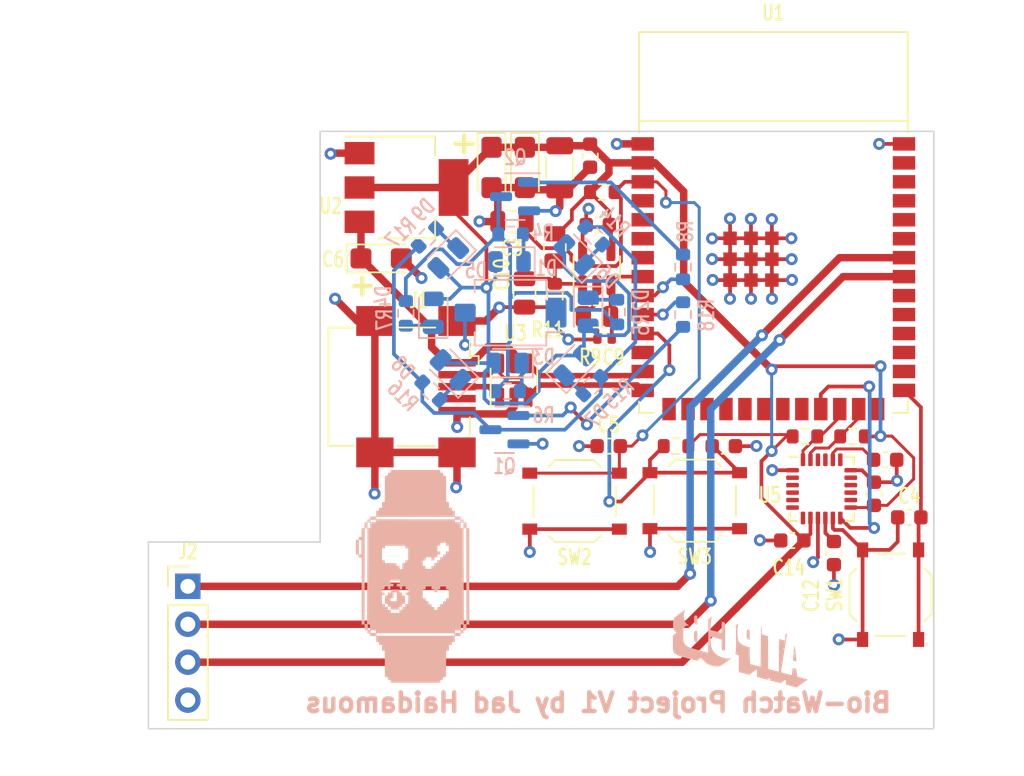
<source format=kicad_pcb>
(kicad_pcb (version 20221018) (generator pcbnew)
  (layers (0 "F.Cu" signal) (1 "In1.Cu" signal) (2 "In2.Cu" signal) (31 "B.Cu" signal) (34 "B.Paste" user) (35 "F.Paste" user) (36 "B.SilkS" user "B.Silkscreen") (37 "F.SilkS" user "F.Silkscreen") (38 "B.Mask" user) (39 "F.Mask" user) (44 "Edge.Cuts" user))
  (net 0 "")
  (net 1 "+3V3")
  (net 2 "GND")
  (net 3 "Net-(U1-EN)")
  (net 4 "Net-(U1-GPIO0{slash}BOOT)")
  (net 5 "VBUS")
  (net 6 "Net-(D5-K)")
  (net 7 "/PhotoD")
  (net 8 "Net-(U4-+)")
  (net 9 "Net-(U5-CPOUT)")
  (net 10 "Net-(U5-REGOUT)")
  (net 11 "/DisplayButton")
  (net 12 "Net-(D1-K)")
  (net 13 "Net-(D2-K)")
  (net 14 "Net-(D3-K)")
  (net 15 "Net-(D4-K)")
  (net 16 "Net-(D6-K)")
  (net 17 "Net-(D7-K)")
  (net 18 "Net-(D8-K)")
  (net 19 "Net-(D9-K)")
  (net 20 "/D-")
  (net 21 "/D+")
  (net 23 "/SDA_DISP")
  (net 24 "/SCL_DISP")
  (net 25 "Net-(Q1-G)")
  (net 26 "Net-(Q1-D)")
  (net 27 "Net-(Q2-G)")
  (net 28 "Net-(Q2-D)")
  (net 29 "/RED_DRIVER")
  (net 30 "/SCL_IMU")
  (net 31 "/SDA_IMU")
  (net 32 "/GREEN_DRIVER")
  (net 46 "/INT_IMU")
  (footprint "Capacitor_SMD:C_0603_1608Metric" (layer "F.Cu") (at 138.5824 65.1256 -90)
    (fp_text reference "C2" hide)
    (fp_text value "100n")
  )
  (footprint "Capacitor_SMD:C_0402_1005Metric" (layer "F.Cu") (at 139.5502 77.4192)
    (fp_text reference "C9")
    (fp_text value "3.3p")
  )
  (footprint "Capacitor_SMD:C_0603_1608Metric" (layer "F.Cu") (at 159.96 89.35)
    (fp_text reference "C4")
    (fp_text value "100n")
  )
  (footprint "Resistor_SMD:R_0603_1608Metric" (layer "F.Cu") (at 152.97 83.93 180)
    (fp_text reference "R13" hide)
    (fp_text value "3k3")
  )
  (footprint "Capacitor_SMD:C_1206_3216Metric" (layer "F.Cu") (at 136.5504 65.9384 -90)
    (fp_text reference "C1" hide)
    (fp_text value "22u")
  )
  (footprint "Resistor_SMD:R_0603_1608Metric" (layer "F.Cu") (at 156.1582 83.93)
    (fp_text reference "R12" hide)
    (fp_text value "3k3")
  )
  (footprint "Capacitor_SMD:C_0603_1608Metric" (layer "F.Cu") (at 154.91 91.745 -90)
    (fp_text reference "C12")
    (fp_text value "100n")
  )
  (footprint "Resistor_SMD:R_0603_1608Metric" (layer "F.Cu") (at 139.3952 67.564)
    (fp_text reference "R3" hide)
    (fp_text value "10k")
  )
  (footprint "Capacitor_SMD:C_0805_2012Metric" (layer "F.Cu") (at 134.1882 74.3204 -90)
    (fp_text reference "C10")
    (fp_text value "1u")
  )
  (footprint "Package_TO_SOT_SMD:SOT-23-6" (layer "F.Cu") (at 133.477 80.1755 90)
    (fp_text reference "U3")
    (fp_text value "SRV05-4")
  )
  (footprint "Capacitor_SMD:C_0603_1608Metric" (layer "F.Cu") (at 158.3412 85.496)
    (fp_text reference "C11" hide)
    (fp_text value "2.2n")
  )
  (footprint "Package_TO_SOT_SMD:SOT-223-3_TabPin2" (layer "F.Cu") (at 126.2892 67.2592)
    (fp_text reference "U2")
    (fp_text value "AMS1117-3.3")
  )
  (footprint "Connector_PinHeader_2.54mm:PinHeader_1x04_P2.54mm_Vertical" (layer "F.Cu") (at 111.64 93.97)
    (fp_text reference "J2")
    (fp_text value "Display")
  )
  (footprint "Connector_USB:USB_Mini-B_Wuerth_65100516121_Horizontal" (layer "F.Cu") (at 127.067 80.6 -90)
    (fp_text reference "J1")
    (fp_text value "USB_B_Mini")
  )
  (footprint "Package_TO_SOT_SMD:SOT-23-5" (layer "F.Cu") (at 139.0294 72.6639 90)
    (fp_text reference "U4" hide)
    (fp_text value "OPA320")
  )
  (footprint "Resistor_SMD:R_0805_2012Metric" (layer "F.Cu") (at 136.2202 71.2733 -90)
    (fp_text reference "R10" hide)
    (fp_text value "11k")
  )
  (footprint "Capacitor_SMD:C_0603_1608Metric" (layer "F.Cu") (at 139.827 84.582)
    (fp_text reference "C5")
    (fp_text value "100n")
  )
  (footprint "Resistor_SMD:R_0603_1608Metric" (layer "F.Cu") (at 144.335 84.582 180)
    (fp_text reference "R1" hide)
    (fp_text value "10k")
  )
  (footprint "Sensor_Motion:InvenSense_QFN-24_4x4mm_P0.5mm" (layer "F.Cu") (at 154.0884 87.444)
    (fp_text reference "U5")
    (fp_text value "MPU-6050")
  )
  (footprint "Button_Switch_SMD:SW_Push_1P1T_XKB_TS-1187A" (layer "F.Cu") (at 145.59 88.235 180)
    (fp_text reference "SW3")
    (fp_text value "DisplayButton")
  )
  (footprint "Capacitor_SMD:C_0603_1608Metric" (layer "F.Cu") (at 139.0954 69.7628)
    (fp_text reference "C8" hide)
    (fp_text value "100n")
  )
  (footprint "Button_Switch_SMD:SW_Push_1P1T_XKB_TS-1187A" (layer "F.Cu") (at 137.541 88.265 180)
    (fp_text reference "SW2")
    (fp_text value "ResetButton")
  )
  (footprint "Capacitor_SMD:C_0603_1608Metric" (layer "F.Cu") (at 147.5346 84.582 180)
    (fp_text reference "C16" hide)
    (fp_text value "100n")
  )
  (footprint "Resistor_SMD:R_0805_2012Metric" (layer "F.Cu") (at 139.0396 75.8952)
    (fp_text reference "R9")
    (fp_text value "36k")
  )
  (footprint "Capacitor_Tantalum_SMD:CP_EIA-3216-18_Kemet-A" (layer "F.Cu") (at 131.9788 65.9168 -90)
    (fp_text reference "C7" hide)
    (fp_text value "10u")
  )
  (footprint "Capacitor_Tantalum_SMD:CP_EIA-3216-18_Kemet-A" (layer "F.Cu") (at 134.214 65.9168 -90)
    (fp_text reference "C15" hide)
    (fp_text value "10u")
  )
  (footprint "PCM_Espressif:ESP32-S3-WROOM-1" (layer "F.Cu") (at 150.855 72.6)
    (fp_text reference "U1")
    (fp_text value "ESP32-S3-WROOM-1")
  )
  (footprint "Resistor_SMD:R_0603_1608Metric" (layer "F.Cu") (at 136.2202 74.5358 -90)
    (fp_text reference "R11")
    (fp_text value "330")
  )
  (footprint "Capacitor_SMD:C_0805_2012Metric" (layer "F.Cu") (at 133.35 69.5452)
    (fp_text reference "C3")
    (fp_text value "1u")
  )
  (footprint "Capacitor_Tantalum_SMD:CP_EIA-3216-18_Kemet-A" (layer "F.Cu") (at 124.587 72.009)
    (fp_text reference "C6")
    (fp_text value "10u")
  )
  (footprint "Capacitor_SMD:C_0603_1608Metric" (layer "F.Cu") (at 157.5912 87.771 90)
    (fp_text reference "C13" hide)
    (fp_text value "100n")
  )
  (footprint "Capacitor_SMD:C_0603_1608Metric" (layer "F.Cu") (at 152.125 90.9 180)
    (fp_text reference "C14")
    (fp_text value "10n")
  )
  (footprint "Button_Switch_SMD:SW_Push_1P1T_XKB_TS-1187A" (layer "F.Cu") (at 158.705 94.53 90)
    (fp_text reference "SW1")
    (fp_text value "BootButton")
  )
  (footprint "LED_SMD:LED_0805_2012Metric" (layer "B.Cu") (at 129.23619 79.47519 135)
    (fp_text reference "D8")
    (fp_text value "LED_G")
  )
  (footprint "LED_SMD:LED_0805_2012Metric" (layer "B.Cu") (at 129.0828 71.9836 -135)
    (fp_text reference "D9")
    (fp_text value "LED_G")
  )
  (footprint "LOGO" (layer "B.Cu") (at 126.96108 93.256126 180)
    (fp_text reference "G***" hide)
    (fp_text value "LOGO" hide)
  )
  (footprint "LED_SMD:LED_0805_2012Metric" (layer "B.Cu") (at 137.5156 71.782353 135)
    (fp_text reference "D6")
    (fp_text value "LED_G")
  )
  (footprint "LOGO" (layer "B.Cu") (at 148.636189 98.023663 180)
    (fp_text reference "G***" hide)
    (fp_text value "LOGO" hide)
  )
  (footprint "Resistor_SMD:R_0603_1608Metric" (layer "B.Cu") (at 127.683363 70.576637 45)
    (fp_text reference "R17")
    (fp_text value "100")
  )
  (footprint "OptoDevice:Osram_SFH2430" (layer "B.Cu") (at 133.2484 75.6412 180)
    (fp_text reference "D5")
    (fp_text value "SFH 2430-Z")
  )
  (footprint "Resistor_SMD:R_0603_1608Metric" (layer "B.Cu") (at 133.0523 80.8992)
    (fp_text reference "R6")
    (fp_text value "330")
  )
  (footprint "LED_SMD:LED_0805_2012Metric" (layer "B.Cu") (at 138.45 75.58 -90)
    (fp_text reference "D2")
    (fp_text value "LED_R")
  )
  (footprint "Resistor_SMD:R_0603_1608Metric" (layer "B.Cu") (at 144.8054 75.7682 -90)
    (fp_text reference "R18")
    (fp_text value "1k")
  )
  (footprint "Resistor_SMD:R_0603_1608Metric" (layer "B.Cu") (at 126.24 75.69 -90)
    (fp_text reference "R7")
    (fp_text value "330")
  )
  (footprint "LED_SMD:LED_0805_2012Metric" (layer "B.Cu") (at 128.0756 75.6545 90)
    (fp_text reference "D4")
    (fp_text value "LED_R")
  )
  (footprint "LED_SMD:LED_0805_2012Metric" (layer "B.Cu") (at 137.507087 79.172913 45)
    (fp_text reference "D7")
    (fp_text value "LED_G")
  )
  (footprint "Resistor_SMD:R_0603_1608Metric" (layer "B.Cu") (at 138.713363 80.526637 -135)
    (fp_text reference "R15")
    (fp_text value "100")
  )
  (footprint "Package_TO_SOT_SMD:SOT-23" (layer "B.Cu") (at 133.5525 67.87 180)
    (fp_text reference "Q2")
    (fp_text value "MDD2302")
  )
  (footprint "Resistor_SMD:R_0603_1608Metric" (layer "B.Cu") (at 144.8054 72.58 90)
    (fp_text reference "R8")
    (fp_text value "1k")
  )
  (footprint "Resistor_SMD:R_0603_1608Metric" (layer "B.Cu") (at 127.926637 80.896637 -45)
    (fp_text reference "R16")
    (fp_text value "100")
  )
  (footprint "Resistor_SMD:R_0603_1608Metric" (layer "B.Cu") (at 133.255 70.4)
    (fp_text reference "R4")
    (fp_text value "330")
  )
  (footprint "Resistor_SMD:R_0603_1608Metric" (layer "B.Cu") (at 138.836637 70.496637 -45)
    (fp_text reference "R14")
    (fp_text value "100")
  )
  (footprint "Resistor_SMD:R_0603_1608Metric" (layer "B.Cu") (at 140.39 75.6 90)
    (fp_text reference "R5")
    (fp_text value "330")
  )
  (footprint "Package_TO_SOT_SMD:SOT-23" (layer "B.Cu") (at 132.8443 83.4796 180)
    (fp_text reference "Q1")
    (fp_text value "MDD2302")
  )
  (footprint "LED_SMD:LED_0805_2012Metric" (layer "B.Cu") (at 133.0625 79.02 180)
    (fp_text reference "D3")
    (fp_text value "LED_R")
  )
  (footprint "LED_SMD:LED_0805_2012Metric" (layer "B.Cu") (at 133.1825 72.22 180)
    (fp_text reference "D1")
    (fp_text value "LED_R")
  )
  (gr_line (start 109 91) (end 120.5 91) (stroke (width 0.1)) (layer "Edge.Cuts"))
  (gr_line (start 109 91) (end 109 103.505) (stroke (width 0.1)) (layer "Edge.Cuts"))
  (gr_line (start 109 103.505) (end 161.6 103.505) (stroke (width 0.1)) (layer "Edge.Cuts"))
  (gr_line (start 120.5 63.5) (end 161.6 63.5) (stroke (width 0.1)) (layer "Edge.Cuts"))
  (gr_line (start 120.5 63.5) (end 120.5 91) (stroke (width 0.1)) (layer "Edge.Cuts"))
  (gr_line (start 161.6 63.5) (end 161.6 103.5) (stroke (width 0.1)) (layer "Edge.Cuts"))
  (gr_text "Bio-Watch Project V1 by Jad Haidamous" (at 158.9 102.49) (layer "B.SilkS") (effects (font (size 1.25 1.25) (thickness 0.3) bold) (justify left bottom mirror)))
  (gr_text "+" (at 129.02 65.1) (layer "F.SilkS") (effects (font (size 1.5 1.5) (thickness 0.3) bold) (justify left bottom)))
  (gr_text "+" (at 122.2 74.63) (layer "F.SilkS") (effects (font (size 1.5 1.5) (thickness 0.3) bold) (justify left bottom)))
  (segment (start 152.9 90.9) (end 153.3384 90.4616) (width 0.25) (layer "F.Cu") (net 1))
  (segment (start 138.569493 67.564) (end 138.5702 67.564) (width 0.25) (layer "F.Cu") (net 1))
  (segment (start 129.4392 67.1064) (end 131.9788 64.5668) (width 0.5) (layer "F.Cu") (net 1))
  (segment (start 144.85 67.525) (end 142.935 65.61) (width 0.5) (layer "F.Cu") (net 1))
  (segment (start 123.1392 67.2592) (end 129.4392 67.2592) (width 0.5) (layer "F.Cu") (net 1))
  (segment (start 152.022 83.807) (end 152.145 83.93) (width 0.2) (layer "F.Cu") (net 1))
  (segment (start 152.9 90.9) (end 150.055 88.055) (width 0.25) (layer "F.Cu") (net 1))
  (segment (start 158.01 83.93) (end 158.03 83.91) (width 0.25) (layer "F.Cu") (net 1))
  (segment (start 160.25 86.77995) (end 160.25 85.37) (width 0.2) (layer "F.Cu") (net 1))
  (segment (start 139.8704 68.8642) (end 138.5702 67.564) (width 0.25) (layer "F.Cu") (net 1))
  (segment (start 137.36 68.773493) (end 138.569493 67.564) (width 0.25) (layer "F.Cu") (net 1))
  (segment (start 157.5912 88.546) (end 157.4432 88.694) (width 0.2) (layer "F.Cu") (net 1))
  (segment (start 137.36 69.42) (end 137.36 68.773493) (width 0.25) (layer "F.Cu") (net 1))
  (segment (start 131.64 73.9653) (end 131.64 71.025305) (width 0.25) (layer "F.Cu") (net 1))
  (segment (start 157.4432 88.694) (end 156.0384 88.694) (width 0.2) (layer "F.Cu") (net 1))
  (segment (start 145.16 84.582) (end 145.935 83.807) (width 0.2) (layer "F.Cu") (net 1))
  (segment (start 150.055 85.595) (end 150.74 84.91) (width 0.25) (layer "F.Cu") (net 1))
  (segment (start 138.4696 64.4634) (end 138.5824 64.3506) (width 0.5) (layer "F.Cu") (net 1))
  (segment (start 139.8418 65.61) (end 142.105 65.61) (width 0.5) (layer "F.Cu") (net 1))
  (segment (start 139.9794 71.5264) (end 139.9794 69.8718) (width 0.25) (layer "F.Cu") (net 1))
  (segment (start 111.64 99.05) (end 144.75 99.05) (width 0.5) (layer "F.Cu") (net 1))
  (segment (start 142.935 65.61) (end 142.105 65.61) (width 0.5) (layer "F.Cu") (net 1))
  (segment (start 131.64 71.025305) (end 129.4392 68.824505) (width 0.25) (layer "F.Cu") (net 1))
  (segment (start 138.5702 67.564) (end 139.8418 66.2924) (width 0.5) (layer "F.Cu") (net 1))
  (segment (start 153.3384 90.4616) (end 153.3384 89.394) (width 0.25) (layer "F.Cu") (net 1))
  (segment (start 139.8418 66.2924) (end 139.8418 65.61) (width 0.5) (layer "F.Cu") (net 1))
  (segment (start 136.4192 70.3608) (end 137.36 69.42) (width 0.25) (layer "F.Cu") (net 1))
  (segment (start 129.4392 67.2592) (end 129.4392 67.1064) (width 0.5) (layer "F.Cu") (net 1))
  (segment (start 150.74 79.45) (end 144.85 73.56) (width 0.5) (layer "F.Cu") (net 1))
  (segment (start 136.5504 64.4634) (end 138.4696 64.4634) (width 0.5) (layer "F.Cu") (net 1))
  (segment (start 138.5824 64.3506) (end 139.8418 65.61) (width 0.5) (layer "F.Cu") (net 1))
  (segment (start 139.9794 69.8718) (end 139.8704 69.7628) (width 0.25) (layer "F.Cu") (net 1))
  (segment (start 157.5912 88.546) (end 158.48395 88.546) (width 0.2) (layer "F.Cu") (net 1))
  (segment (start 144.75 99.05) (end 152.9 90.9) (width 0.5) (layer "F.Cu") (net 1))
  (segment (start 151.72 83.93) (end 150.74 84.91) (width 0.2) (layer "F.Cu") (net 1))
  (segment (start 136.2202 70.3608) (end 136.4192 70.3608) (width 0.25) (layer "F.Cu") (net 1))
  (segment (start 158.79 83.91) (end 158.03 83.91) (width 0.2) (layer "F.Cu") (net 1))
  (segment (start 131.9788 64.5668) (end 134.214 64.5668) (width 0.5) (layer "F.Cu") (net 1))
  (segment (start 160.25 85.37) (end 158.79 83.91) (width 0.2) (layer "F.Cu") (net 1))
  (segment (start 158.48395 88.546) (end 160.25 86.77995) (width 0.2) (layer "F.Cu") (net 1))
  (segment (start 134.214 64.5668) (end 136.447 64.5668) (width 0.5) (layer "F.Cu") (net 1))
  (segment (start 156.9832 83.93) (end 158.01 83.93) (width 0.25) (layer "F.Cu") (net 1))
  (segment (start 152.145 83.93) (end 151.72 83.93) (width 0.2) (layer "F.Cu") (net 1))
  (segment (start 144.85 73.56) (end 144.85 67.525) (width 0.5) (layer "F.Cu") (net 1))
  (segment (start 150.96 79.23) (end 150.74 79.45) (width 0.25) (layer "F.Cu") (net 1))
  (segment (start 145.935 83.807) (end 152.022 83.807) (width 0.2) (layer "F.Cu") (net 1))
  (segment (start 158.03 79.23) (end 150.96 79.23) (width 0.25) (layer "F.Cu") (net 1))
  (segment (start 139.8704 69.7628) (end 139.8704 68.8642) (width 0.25) (layer "F.Cu") (net 1))
  (segment (start 129.4392 68.824505) (end 129.4392 67.2592) (width 0.25) (layer "F.Cu") (net 1))
  (segment (start 136.447 64.5668) (end 136.5504 64.4634) (width 0.5) (layer "F.Cu") (net 1))
  (segment (start 150.055 88.055) (end 150.055 85.595) (width 0.25) (layer "F.Cu") (net 1))
  (via (at 150.74 84.91) (size 0.8) (drill 0.4) (layers "F.Cu" "B.Cu") (net 1))
  (via (at 131.64 73.9653) (size 0.8) (drill 0.4) (layers "F.Cu" "B.Cu") (net 1))
  (via (at 158.03 79.23) (size 0.8) (drill 0.4) (layers "F.Cu" "B.Cu") (net 1))
  (via (at 158.03 83.91) (size 0.8) (drill 0.4) (layers "F.Cu" "B.Cu") (net 1))
  (via (at 150.74 79.45) (size 0.8) (drill 0.4) (layers "F.Cu" "B.Cu") (net 1))
  (segment (start 150.74 84.91) (end 150.74 79.45) (width 0.2) (layer "B.Cu") (net 1))
  (segment (start 137.79 73.52) (end 136.852687 72.582687) (width 0.25) (layer "B.Cu") (net 1))
  (segment (start 138.17 78.51) (end 136.32 78.51) (width 0.25) (layer "B.Cu") (net 1))
  (segment (start 131.815096 81.71) (end 134.31 81.71) (width 0.25) (layer "B.Cu") (net 1))
  (segment (start 132.125 79.02) (end 131.5023 79.6427) (width 0.25) (layer "B.Cu") (net 1))
  (segment (start 132.086223 78.812277) (end 132.1077 78.7908) (width 0.25) (layer "B.Cu") (net 1))
  (segment (start 140.888004 77.15) (end 141.19 76.848004) (width 0.25) (layer "B.Cu") (net 1))
  (segment (start 128.525953 72.540447) (end 129.950806 73.9653) (width 0.25) (layer "B.Cu") (net 1))
  (segment (start 132.245 72.22) (end 132.245 73.3603) (width 0.25) (layer "B.Cu") (net 1))
  (segment (start 131.5023 79.6427) (end 131.5023 81.397204) (width 0.25) (layer "B.Cu") (net 1))
  (segment (start 131.5023 81.397204) (end 131.815096 81.71) (width 0.25) (layer "B.Cu") (net 1))
  (segment (start 128.3716 72.6948) (end 128.525953 72.540447) (width 0.25) (layer "B.Cu") (net 1))
  (segment (start 141.19 74.351996) (end 140.358004 73.52) (width 0.25) (layer "B.Cu") (net 1))
  (segment (start 135.14 79.69) (end 135.14 80.88) (width 0.25) (layer "B.Cu") (net 1))
  (segment (start 138.17 76.7975) (end 138.45 76.5175) (width 0.25) (layer "B.Cu") (net 1))
  (segment (start 139.0825 77.15) (end 140.888004 77.15) (width 0.25) (layer "B.Cu") (net 1))
  (segment (start 131.775 78.67) (end 131.775 74.1003) (width 0.25) (layer "B.Cu") (net 1))
  (segment (start 132.245 73.3603) (end 131.64 73.9653) (width 0.25) (layer "B.Cu") (net 1))
  (segment (start 138.17 78.51) (end 138.17 76.7975) (width 0.25) (layer "B.Cu") (net 1))
  (segment (start 136.852687 72.582687) (end 136.852687 71.11944) (width 0.25) (layer "B.Cu") (net 1))
  (segment (start 134.31 81.71) (end 135.14 80.88) (width 0.25) (layer "B.Cu") (net 1))
  (segment (start 128.0756 74.717) (end 129.199106 74.717) (width 0.25) (layer "B.Cu") (net 1))
  (segment (start 138.45 76.5175) (end 139.0825 77.15) (width 0.25) (layer "B.Cu") (net 1))
  (segment (start 158.03 83.91) (end 158.03 79.23) (width 0.25) (layer "B.Cu") (net 1))
  (segment (start 132.125 79.02) (end 131.775 78.67) (width 0.25) (layer "B.Cu") (net 1))
  (segment (start 141.19 76.848004) (end 141.19 74.351996) (width 0.25) (layer "B.Cu") (net 1))
  (segment (start 128.781 79.02) (end 128.573277 78.812277) (width 0.25) (layer "B.Cu") (net 1))
  (segment (start 136.32 78.51) (end 135.14 79.69) (width 0.25) (layer "B.Cu") (net 1))
  (segment (start 131.775 74.1003) (end 131.64 73.9653) (width 0.25) (layer "B.Cu") (net 1))
  (segment (start 140.358004 73.52) (end 137.79 73.52) (width 0.25) (layer "B.Cu") (net 1))
  (segment (start 132.125 79.02) (end 128.781 79.02) (width 0.25) (layer "B.Cu") (net 1))
  (segment (start 129.199106 74.717) (end 129.950806 73.9653) (width 0.25) (layer "B.Cu") (net 1))
  (segment (start 129.950806 73.9653) (end 131.64 73.9653) (width 0.25) (layer "B.Cu") (net 1))
  (segment (start 137.970847 76.557553) (end 138.1252 76.4032) (width 0.25) (layer "B.Cu") (net 1))
  (segment (start 150.755 73.46) (end 150.755 74.705) (width 0.25) (layer "F.Cu") (net 2))
  (segment (start 122.99 76.2) (end 121.5 74.71) (width 0.5) (layer "F.Cu") (net 2))
  (segment (start 124.167 85) (end 129.667 85) (width 0.5) (layer "F.Cu") (net 2))
  (segment (start 154.8384 89.394) (end 154.8384 90.0884) (width 0.25) (layer "F.Cu") (net 2))
  (segment (start 149.355 70.66) (end 150.755 70.66) (width 0.25) (layer "F.Cu") (net 2))
  (segment (start 158.63 91.53) (end 159.185 90.975) (width 0.25) (layer "F.Cu") (net 2))
  (segment (start 134.541 91.669) (end 134.54 91.67) (width 0.25) (layer "F.Cu") (net 2))
  (segment (start 148.3096 84.582) (end 149.708 84.582) (width 0.25) (layer "F.Cu") (net 2))
  (segment (start 133.477 81.975499) (end 133.477 81.313) (width 0.5) (layer "F.Cu") (net 2))
  (segment (start 137.842 84.582) (end 137.84 84.58) (width 0.25) (layer "F.Cu") (net 2))
  (segment (start 147.955 70.66) (end 146.76 70.66) (width 0.25) (layer "F.Cu") (net 2))
  (segment (start 149.355 70.66) (end 149.355 69.365) (width 0.25) (layer "F.Cu") (net 2))
  (segment (start 150.755 69.385) (end 150.75 69.38) (width 0.25) (layer "F.Cu") (net 2))
  (segment (start 155.495 90.195) (end 156.83 91.53) (width 0.25) (layer "F.Cu") (net 2))
  (segment (start 136.5504 67.4134) (end 137.0696 67.4134) (width 0.5) (layer "F.Cu") (net 2))
  (segment (start 157.5912 86.996) (end 156.7892 86.194) (width 0.25) (layer "F.Cu") (net 2))
  (segment (start 147.955 73.46) (end 147.955 74.705) (width 0.25) (layer "F.Cu") (net 2))
  (segment (start 132.5196 75.2704) (end 132.5 75.29) (width 0.25) (layer "F.Cu") (net 2))
  (segment (start 124.167 76.2) (end 122.99 76.2) (width 0.5) (layer "F.Cu") (net 2))
  (segment (start 146.76 72.06) (end 146.75 72.05) (width 0.25) (layer "F.Cu") (net 2))
  (segment (start 134.1882 75.2704) (end 132.5196 75.2704) (width 0.25) (layer "F.Cu") (net 2))
  (segment (start 159.1162 86.8762) (end 159.14 86.9) (width 0.25) (layer "F.Cu") (net 2))
  (segment (start 147.955 74.705) (end 147.95 74.71) (width 0.25) (layer "F.Cu") (net 2))
  (segment (start 147.955 72.06) (end 147.955 70.66) (width 0.25) (layer "F.Cu") (net 2))
  (segment (start 156.83 91.53) (end 158.63 91.53) (width 0.25) (layer "F.Cu") (net 2))
  (segment (start 142.59 90.11) (end 148.59 90.11) (width 0.25) (layer "F.Cu") (net 2))
  (segment (start 136.5504 67.4134) (end 134.3606 67.4134) (width 0.5) (layer "F.Cu") (net 2))
  (segment (start 150.755 72.06) (end 150.755 73.46) (width 0.25) (layer "F.Cu") (net 2))
  (segment (start 149.355 74.705) (end 149.36 74.71) (width 0.25) (layer "F.Cu") (net 2))
  (segment (start 149.355 72.06) (end 149.355 70.66) (width 0.25) (layer "F.Cu") (net 2))
  (segment (start 155.24 97.53) (end 155.23 97.52) (width 0.25) (layer "F.Cu") (net 2))
  (segment (start 138.3204 68.838398) (end 138.479399 68.679399) (width 0.25) (layer "F.Cu") (net 2))
  (segment (start 134.3606 67.4134) (end 134.214 67.2668) (width 0.5) (layer "F.Cu") (net 2))
  (segment (start 151.35 90.9) (end 149.97 90.9) (width 0.25) (layer "F.Cu") (net 2))
  (segment (start 149.97 90.9) (end 149.95 90.88) (width 0.25) (layer "F.Cu") (net 2))
  (segment (start 147.955 70.66) (end 149.355 70.66) (width 0.25) (layer "F.Cu") (net 2))
  (segment (start 154.91 92.52) (end 154.91 93.88) (width 0.25) (layer "F.Cu") (net 2))
  (segment (start 121.2408 64.9592) (end 121.2 65) (width 0.5) (layer "F.Cu") (net 2))
  (segment (start 129.667 83.287) (end 129.68 83.3) (width 0.5) (layer "F.Cu") (net 2))
  (segment (start 154.8384 90.0884) (end 154.945 90.195) (width 0.25) (layer "F.Cu") (net 2))
  (segment (start 149.355 73.46) (end 150.755 73.46) (width 0.25) (layer "F.Cu") (net 2))
  (segment (start 134.541 90.14) (end 134.541 91.669) (width 0.25) (layer "F.Cu") (net 2))
  (segment (start 156.7892 86.194) (end 156.0384 86.194) (width 0.25) (layer "F.Cu") (net 2))
  (segment (start 134.541 90.14) (end 140.541 90.14) (width 0.25) (layer "F.Cu") (net 2))
  (segment (start 147.955 73.46) (end 147.955 72.06) (width 0.25) (layer "F.Cu") (net 2))
  (segment (start 159.185 90.975) (end 159.185 89.35) (width 0.25) (layer "F.Cu") (net 2))
  (segment (start 146.8 73.46) (end 146.79 73.45) (width 0.25) (layer "F.Cu") (net 2))
  (segment (start 147.955 73.46) (end 149.355 73.46) (width 0.25) (layer "F.Cu") (net 2))
  (segment (start 129.667 87.283) (end 129.61 87.34) (width 0.5) (layer "F.Cu") (net 2))
  (segment (start 156.83 97.53) (end 155.24 97.53) (width 0.25) (layer "F.Cu") (net 2))
  (segment (start 142.105 64.34) (end 140.37 64.34) (width 0.5) (layer "F.Cu") (net 2))
  (segment (start 153.8384 89.394) (end 153.8384 92.0316) (width 0.25) (layer "F.Cu") (net 2))
  (segment (start 129.667 82.2) (end 129.8925 82.4255) (width 0.5) (layer "F.Cu") (net 2))
  (segment (start 138.0794 70.0038) (end 138.3204 69.7628) (width 0.25) (layer "F.Cu") (net 2))
  (segment (start 142.59 91.66) (end 142.6 91.67) (width 0.25) (layer "F.Cu") (net 2))
  (segment (start 149.355 73.46) (end 149.355 74.705) (width 0.25) (layer "F.Cu") (net 2))
  (segment (start 147.955 70.66) (end 147.955 69.345) (width 0.25) (layer "F.Cu") (net 2))
  (segment (start 123.1392 64.9592) (end 121.2408 64.9592) (width 0.5) (layer "F.Cu") (net 2))
  (segment (start 129.8925 82.4255) (end 133.026999 82.4255) (width 0.5) (layer "F.Cu") (net 2))
  (segment (start 152.1384 86.194) (end 150.784 86.194) (width 0.25) (layer "F.Cu") (net 2))
  (segment (start 150.755 72.06) (end 149.355 72.06) (width 0.25) (layer "F.Cu") (net 2))
  (segment (start 159.044 86.996) (end 159.14 86.9) (width 0.25) (layer "F.Cu") (net 2))
  (segment (start 149.355 73.46) (end 149.355 72.06) (width 0.25) (layer "F.Cu") (net 2))
  (segment (start 157.5912 86.996) (end 159.044 86.996) (width 0.25) (layer "F.Cu") (net 2))
  (segment (start 136.5504 67.4134) (end 136.5504 68.5596) (width 0.5) (layer "F.Cu") (net 2))
  (segment (start 138.3204 69.7628) (end 138.3204 68.838398) (width 0.25) (layer "F.Cu") (net 2))
  (segment (start 150.755 74.705) (end 150.76 74.71) (width 0.25) (layer "F.Cu") (net 2))
  (segment (start 150.755 70.66) (end 152.06 70.66) (width 0.25) (layer "F.Cu") (net 2))
  (segment (start 124.167 87.743) (end 124.15 87.76) (width 0.5) (layer "F.Cu") (net 2))
  (segment (start 147.955 72.06) (end 146.76 72.06) (width 0.25) (layer "F.Cu") (net 2))
  (segment (start 150.784 86.194) (end 150.78 86.19) (width 0.25) (layer "F.Cu") (net 2))
  (segment (start 159.605 64.34) (end 157.94 64.34) (width 0.25) (layer "F.Cu") (net 2))
  (segment (start 132.4 69.5452) (end 132.4 67.688) (width 0.5) (layer "F.Cu") (net 2))
  (segment (start 154.945 90.195) (end 155.495 90.195) (width 0.25) (layer "F.Cu") (net 2))
  (segment (start 138.0794 71.5264) (end 138.0794 70.0038) (width 0.25) (layer "F.Cu") (net 2))
  (segment (start 136.1298 75.2704) (end 136.2202 75.3608) (width 0.25) (layer "F.Cu") (net 2))
  (segment (start 129.667 82.2) (end 129.667 83.287) (width 0.5) (layer "F.Cu") (net 2))
  (segment (start 150.755 70.66) (end 150.755 69.385) (width 0.25) (layer "F.Cu") (net 2))
  (segment (start 150.755 72.06) (end 152.08 72.06) (width 0.25) (layer "F.Cu") (net 2))
  (segment (start 150.755 73.46) (end 152.09 73.46) (width 0.25) (layer "F.Cu") (net 2))
  (segment (start 132.4 69.5452) (end 131.1852 69.5452) (width 0.5) (layer "F.Cu") (net 2))
  (segment (start 131.1852 69.5452) (end 131.17 69.53) (width 0.5) (layer "F.Cu") (net 2))
  (segment (start 146.76 70.66) (end 146.75 70.67) (width 0.25) (layer "F.Cu") (net 2))
  (segment (start 139.052 84.582) (end 137.842 84.582) (width 0.25) (layer "F.Cu") (net 2))
  (segment (start 149.708 84.582) (end 149.72 84.57) (width 0.25) (layer "F.Cu") (net 2))
  (segment (start 156.83 97.53) (end 156.83 91.53) (width 0.25) (layer "F.Cu") (net 2))
  (segment (start 147.955 69.345) (end 147.95 69.34) (width 0.25) (layer "F.Cu") (net 2))
  (segment (start 159.1162 85.496) (end 159.1162 86.8762) (width 0.25) (layer "F.Cu") (net 2))
  (segment (start 125.979 72.009) (end 127.29 73.32) (width 0.5) (layer "F.Cu") (net 2))
  (segment (start 125.937 72.009) (end 125.979 72.009) (width 0.5) (layer "F.Cu") (net 2))
  (segment (start 152.09 73.46) (end 152.1 73.45) (width 0.25) (layer "F.Cu") (net 2))
  (segment (start 134.1882 75.2704) (end 136.1298 75.2704) (width 0.25) (layer "F.Cu") (net 2))
  (segment (start 150.755 72.06) (end 150.755 70.66) (width 0.25) (layer "F.Cu") (net 2))
  (segment (start 133.026999 82.4255) (end 133.477 81.975499) (width 0.5) (layer "F.Cu") (net 2))
  (segment (start 129.667 76.2) (end 131.59 76.2) (width 0.5) (layer "F.Cu") (net 2))
  (segment (start 154.91 93.88) (end 154.92 93.89) (width 0.25) (layer "F.Cu") (net 2))
  (segment (start 132.4 67.688) (end 131.9788 67.2668) (width 0.5) (layer "F.Cu") (net 2))
  (segment (start 131.9788 67.2668) (end 134.214 67.2668) (width 0.5) (layer "F.Cu") (net 2))
  (segment (start 137.0696 67.4134) (end 138.5824 65.9006) (width 0.5) (layer "F.Cu") (net 2))
  (segment (start 147.955 72.06) (end 149.355 72.06) (width 0.25) (layer "F.Cu") (net 2))
  (segment (start 124.167 85) (end 124.167 87.743) (width 0.5) (layer "F.Cu") (net 2))
  (segment (start 131.59 76.2) (end 132.5 75.29) (width 0.5) (layer "F.Cu") (net 2))
  (segment (start 142.59 90.11) (end 142.59 91.66) (width 0.25) (layer "F.Cu") (net 2))
  (segment (start 147.955 73.46) (end 146.8 73.46) (width 0.25) (layer "F.Cu") (net 2))
  (segment (start 149.355 69.365) (end 149.35 69.36) (width 0.25) (layer "F.Cu") (net 2))
  (segment (start 136.5504 68.5596) (end 136.27 68.84) (width 0.5) (layer "F.Cu") (net 2))
  (segment (start 153.8384 92.0316) (end 153.52 92.35) (width 0.25) (layer "F.Cu") (net 2))
  (segment (start 129.667 85) (end 129.667 87.283) (width 0.5) (layer "F.Cu") (net 2))
  (segment (start 124.167 85) (end 124.167 76.2) (width 0.5) (layer "F.Cu") (net 2))
  (via (at 140.37 64.34) (size 0.8) (drill 0.4) (layers "F.Cu" "B.Cu") (net 2))
  (via (at 152.08 72.06) (size 0.8) (drill 0.4) (layers "F.Cu" "B.Cu") (net 2))
  (via (at 142.6 91.67) (size 0.8) (drill 0.4) (layers "F.Cu" "B.Cu") (net 2))
  (via (at 129.61 87.34) (size 0.8) (drill 0.4) (layers "F.Cu" "B.Cu") (net 2))
  (via (at 121.5 74.71) (size 0.8) (drill 0.4) (layers "F.Cu" "B.Cu") (net 2))
  (via (at 136.27 68.84) (size 0.8) (drill 0.4) (layers "F.Cu" "B.Cu") (net 2))
  (via (at 157.94 64.34) (size 0.8) (drill 0.4) (layers "F.Cu" "B.Cu") (net 2))
  (via (at 152.1 73.45) (size 0.8) (drill 0.4) (layers "F.Cu" "B.Cu") (net 2))
  (via (at 155.23 97.52) (size 0.8) (drill 0.4) (layers "F.Cu" "B.Cu") (net 2))
  (via (at 134.54 91.67) (size 0.8) (drill 0.4) (layers "F.Cu" "B.Cu") (net 2))
  (via (at 146.75 70.67) (size 0.8) (drill 0.4) (layers "F.Cu" "B.Cu") (net 2))
  (via (at 149.72 84.57) (size 0.8) (drill 0.4) (layers "F.Cu" "B.Cu") (net 2))
  (via (at 146.79 73.45) (size 0.8) (drill 0.4) (layers "F.Cu" "B.Cu") (net 2))
  (via (at 121.2 65) (size 0.8) (drill 0.4) (layers "F.Cu" "B.Cu") (net 2))
  (via (at 135.4 84.42) (size 0.8) (drill 0.4) (layers "F.Cu" "B.Cu") (net 2))
  (via (at 159.14 86.9) (size 0.8) (drill 0.4) (layers "F.Cu" "B.Cu") (net 2))
  (via (at 149.35 69.36) (size 0.8) (drill 0.4) (layers "F.Cu" "B.Cu") (net 2))
  (via (at 131.17 69.53) (size 0.8) (drill 0.4) (layers "F.Cu" "B.Cu") (net 2))
  (via (at 130.21 77.799502) (size 0.8) (drill 0.4) (layers "F.Cu" "B.Cu") (net 2))
  (via (at 132.5 75.29) (size 0.8) (drill 0.4) (layers "F.Cu" "B.Cu") (net 2))
  (via (at 146.75 72.05) (size 0.8) (drill 0.4) (layers "F.Cu" "B.Cu") (net 2))
  (via (at 149.95 90.88) (size 0.8) (drill 0.4) (layers "F.Cu" "B.Cu") (net 2))
  (via (at 138.479399 68.679399) (size 0.8) (drill 0.4) (layers "F.Cu" "B.Cu") (net 2))
  (via (at 149.36 74.71) (size 0.8) (drill 0.4) (layers "F.Cu" "B.Cu") (net 2))
  (via (at 129.68 83.3) (size 0.8) (drill 0.4) (layers "F.Cu" "B.Cu") (net 2))
  (via (at 124.15 87.76) (size 0.8) (drill 0.4) (layers "F.Cu" "B.Cu") (net 2))
  (via (at 152.06 70.66) (size 0.8) (drill 0.4) (layers "F.Cu" "B.Cu") (net 2))
  (via (at 150.75 69.38) (size 0.8) (drill 0.4) (layers "F.Cu" "B.Cu") (net 2))
  (via (at 147.95 69.34) (size 0.8) (drill 0.4) (layers "F.Cu" "B.Cu") (net 2))
  (via (at 153.52 92.35) (size 0.8) (drill 0.4) (layers "F.Cu" "B.Cu") (net 2))
  (via (at 150.76 74.71) (size 0.8) (drill 0.4) (layers "F.Cu" "B.Cu") (net 2))
  (via (at 150.78 86.19) (size 0.8) (drill 0.4) (layers "F.Cu" "B.Cu") (net 2))
  (via (at 137.84 84.58) (size 0.8) (drill 0.4) (layers "F.Cu" "B.Cu") (net 2))
  (via (at 154.92 93.89) (size 0.8) (drill 0.4) (layers "F.Cu" "B.Cu") (net 2))
  (via (at 127.29 73.32) (size 0.8) (drill 0.4) (layers "F.Cu" "B.Cu") (net 2))
  (via (at 147.95 74.71) (size 0.8) (drill 0.4) (layers "F.Cu" "B.Cu") (net 2))
  (segment (start 134.49 68.82) (end 136.25 68.82) (width 0.25) (layer "B.Cu") (net 2))
  (segment (start 135.3904 84.4296) (end 135.4 84.42) (width 0.25) (layer "B.Cu") (net 2))
  (segment (start 133.7818 84.4296) (end 135.3904 84.4296) (width 0.25) (layer "B.Cu") (net 2))
  (segment (start 130.1984 75.6412) (end 130.1984 77.787902) (width 0.25) (layer "B.Cu") (net 2))
  (segment (start 130.1984 77.787902) (end 130.21 77.799502) (width 0.25) (layer "B.Cu") (net 2))
  (segment (start 136.25 68.82) (end 136.27 68.84) (width 0.25) (layer "B.Cu") (net 2))
  (segment (start 140.6454 72.198808) (end 140.6454 67.9892) (width 0.25) (layer "F.Cu") (net 3))
  (segment (start 140.2202 67.564) (end 140.9042 66.88) (width 0.25) (layer "F.Cu") (net 3))
  (segment (start 143.66 68.27) (end 143.66 67.485) (width 0.2) (layer "F.Cu") (net 3))
  (segment (start 140.324208 72.52) (end 140.6454 72.198808) (width 0.25) (layer "F.Cu") (net 3))
  (segment (start 137.32 71.753) (end 137.32 72.105408) (width 0.25) (layer "F.Cu") (net 3))
  (segment (start 143.055 66.88) (end 142.105 66.88) (width 0.2) (layer "F.Cu") (net 3))
  (segment (start 137.734592 72.52) (end 140.324208 72.52) (width 0.25) (layer "F.Cu") (net 3))
  (segment (start 140.541 84.643) (end 140.602 84.582) (width 0.2) (layer "F.Cu") (net 3))
  (segment (start 141.368 84.582) (end 142.09 83.86) (width 0.2) (layer "F.Cu") (net 3))
  (segment (start 134.3 69.5452) (end 134.3 70.2702) (width 0.25) (layer "F.Cu") (net 3))
  (segment (start 134.541 86.39) (end 140.541 86.39) (width 0.2) (layer "F.Cu") (net 3))
  (segment (start 140.602 84.582) (end 141.368 84.582) (width 0.2) (layer "F.Cu") (net 3))
  (segment (start 140.541 86.39) (end 140.541 84.643) (width 0.2) (layer "F.Cu") (net 3))
  (segment (start 140.6454 67.9892) (end 140.2202 67.564) (width 0.25) (layer "F.Cu") (net 3))
  (segment (start 143.66 67.485) (end 143.055 66.88) (width 0.2) (layer "F.Cu") (net 3))
  (segment (start 140.9042 66.88) (end 142.105 66.88) (width 0.25) (layer "F.Cu") (net 3))
  (segment (start 135.3498 71.32) (end 136.887 71.32) (width 0.25) (layer "F.Cu") (net 3))
  (segment (start 136.887 71.32) (end 137.32 71.753) (width 0.25) (layer "F.Cu") (net 3))
  (segment (start 137.32 72.105408) (end 137.734592 72.52) (width 0.25) (layer "F.Cu") (net 3))
  (segment (start 134.3 70.2702) (end 135.3498 71.32) (width 0.25) (layer "F.Cu") (net 3))
  (via (at 142.09 83.86) (size 0.8) (drill 0.4) (layers "F.Cu" "B.Cu") (net 3))
  (via (at 143.66 68.27) (size 0.8) (drill 0.4) (layers "F.Cu" "B.Cu") (net 3))
  (segment (start 142.09 83.86) (end 145.89 80.06) (width 0.2) (layer "B.Cu") (net 3))
  (segment (start 145.89 80.06) (end 145.89 68.6) (width 0.2) (layer "B.Cu") (net 3))
  (segment (start 145.89 68.6) (end 145.56 68.27) (width 0.2) (layer "B.Cu") (net 3))
  (segment (start 145.56 68.27) (end 143.66 68.27) (width 0.2) (layer "B.Cu") (net 3))
  (segment (start 160.735 81.98) (end 160.735 89.35) (width 0.25) (layer "F.Cu") (net 4))
  (segment (start 160.58 91.53) (end 160.58 89.505) (width 0.25) (layer "F.Cu") (net 4))
  (segment (start 159.605 80.85) (end 160.735 81.98) (width 0.25) (layer "F.Cu") (net 4))
  (segment (start 160.58 89.505) (end 160.735 89.35) (width 0.25) (layer "F.Cu") (net 4))
  (segment (start 160.58 97.53) (end 160.58 91.53) (width 0.25) (layer "F.Cu") (net 4))
  (segment (start 127.967 76.739) (end 127.967 77.95084) (width 0.5) (layer "F.Cu") (net 5))
  (segment (start 123.237 72.009) (end 127.967 76.739) (width 0.5) (layer "F.Cu") (net 5))
  (segment (start 130.667 79) (end 131.7415 77.9255) (width 0.5) (layer "F.Cu") (net 5))
  (segment (start 123.2655 69.6855) (end 123.1392 69.5592) (width 0.5) (layer "F.Cu") (net 5))
  (segment (start 129.667 79) (end 130.667 79) (width 0.5) (layer "F.Cu") (net 5))
  (segment (start 131.7415 77.9255) (end 133.026999 77.9255) (width 0.5) (layer "F.Cu") (net 5))
  (segment (start 133.477 78.375501) (end 133.477 79.038) (width 0.5) (layer "F.Cu") (net 5))
  (segment (start 123.237 72.009) (end 123.237 69.657) (width 0.5) (layer "F.Cu") (net 5))
  (segment (start 127.967 77.95084) (end 129.01616 79) (width 0.5) (layer "F.Cu") (net 5))
  (segment (start 129.01616 79) (end 129.667 79) (width 0.5) (layer "F.Cu") (net 5))
  (segment (start 133.026999 77.9255) (end 133.477 78.375501) (width 0.5) (layer "F.Cu") (net 5))
  (segment (start 123.237 69.657) (end 123.1392 69.5592) (width 0.5) (layer "F.Cu") (net 5))
  (segment (start 139.0494 77.44) (end 139.0702 77.4192) (width 0.25) (layer "F.Cu") (net 6))
  (segment (start 138.1271 75.8952) (end 139.0294 74.9929) (width 0.25) (layer "F.Cu") (net 6))
  (segment (start 139.0702 77.4192) (end 139.0702 76.8383) (width 0.25) (layer "F.Cu") (net 6))
  (segment (start 137.12 77.44) (end 139.0494 77.44) (width 0.25) (layer "F.Cu") (net 6))
  (segment (start 139.0294 74.9929) (end 139.0294 73.8014) (width 0.25) (layer "F.Cu") (net 6))
  (segment (start 139.0702 76.8383) (end 138.1271 75.8952) (width 0.25) (layer "F.Cu") (net 6))
  (via (at 137.12 77.44) (size 0.8) (drill 0.4) (layers "F.Cu" "B.Cu") (net 6))
  (segment (start 136.34 76.36) (end 136.37 76.39) (width 0.25) (layer "B.Cu") (net 6))
  (segment (start 136.2984 76.6184) (end 137.12 77.44) (width 0.25) (layer "B.Cu") (net 6))
  (segment (start 136.2984 75.6412) (end 136.2984 76.6184) (width 0.25) (layer "B.Cu") (net 6))
  (segment (start 140.0302 75.9733) (end 139.9521 75.8952) (width 0.25) (layer "F.Cu") (net 7))
  (segment (start 140.0302 77.4192) (end 140.0302 75.9733) (width 0.25) (layer "F.Cu") (net 7))
  (segment (start 139.9794 73.8014) (end 140.5508 73.23) (width 0.25) (layer "F.Cu") (net 7))
  (segment (start 139.9521 75.8952) (end 139.9521 73.8287) (width 0.25) (layer "F.Cu") (net 7))
  (segment (start 140.5508 73.23) (end 142.105 73.23) (width 0.25) (layer "F.Cu") (net 7))
  (segment (start 139.9521 73.8287) (end 139.9794 73.8014) (width 0.25) (layer "F.Cu") (net 7))
  (segment (start 136.2202 73.7108) (end 137.9888 73.7108) (width 0.25) (layer "F.Cu") (net 8))
  (segment (start 137.9888 73.7108) (end 138.0794 73.8014) (width 0.25) (layer "F.Cu") (net 8))
  (segment (start 134.1882 73.3704) (end 135.8798 73.3704) (width 0.25) (layer "F.Cu") (net 8))
  (segment (start 135.8798 73.3704) (end 136.2202 73.7108) (width 0.25) (layer "F.Cu") (net 8))
  (segment (start 136.2202 73.7108) (end 136.2202 72.1858) (width 0.25) (layer "F.Cu") (net 8))
  (segment (start 154.8384 85.494) (end 154.8384 85.03659) (width 0.2) (layer "F.Cu") (net 9))
  (segment (start 156.8392 84.769) (end 157.5662 85.496) (width 0.2) (layer "F.Cu") (net 9))
  (segment (start 154.8384 85.03659) (end 155.10599 84.769) (width 0.2) (layer "F.Cu") (net 9))
  (segment (start 155.10599 84.769) (end 156.8392 84.769) (width 0.2) (layer "F.Cu") (net 9))
  (segment (start 154.3384 89.394) (end 154.3384 90.3984) (width 0.25) (layer "F.Cu") (net 10))
  (segment (start 154.3384 90.3984) (end 154.91 90.97) (width 0.25) (layer "F.Cu") (net 10))
  (segment (start 142.59 86.36) (end 140.66 88.29) (width 0.25) (layer "F.Cu") (net 11))
  (segment (start 142.59 85.502) (end 143.51 84.582) (width 0.25) (layer "F.Cu") (net 11))
  (segment (start 143.89 79.49) (end 143.89 77.825) (width 0.25) (layer "F.Cu") (net 11))
  (segment (start 142.59 86.36) (end 142.59 85.502) (width 0.25) (layer "F.Cu") (net 11))
  (segment (start 148.59 86.36) (end 142.59 86.36) (width 0.25) (layer "F.Cu") (net 11))
  (segment (start 146.812 84.582) (end 148.59 86.36) (width 0.25) (layer "F.Cu") (net 11))
  (segment (start 140.66 88.29) (end 139.87 88.29) (width 0.25) (layer "F.Cu") (net 11))
  (segment (start 143.105 77.04) (end 142.105 77.04) (width 0.25) (layer "F.Cu") (net 11))
  (segment (start 146.7596 84.582) (end 146.812 84.582) (width 0.25) (layer "F.Cu") (net 11))
  (segment (start 143.89 77.825) (end 143.105 77.04) (width 0.25) (layer "F.Cu") (net 11))
  (via (at 139.87 88.29) (size 0.8) (drill 0.4) (layers "F.Cu" "B.Cu") (net 11))
  (via (at 143.89 79.49) (size 0.8) (drill 0.4) (layers "F.Cu" "B.Cu") (net 11))
  (segment (start 139.87 88.29) (end 139.87 83.51) (width 0.25) (layer "B.Cu") (net 11))
  (segment (start 139.87 83.51) (end 143.89 79.49) (width 0.25) (layer "B.Cu") (net 11))
  (segment (start 134.12 72.22) (end 134.12 70.44) (width 0.25) (layer "B.Cu") (net 12))
  (segment (start 134.12 70.44) (end 134.08 70.4) (width 0.25) (layer "B.Cu") (net 12))
  (segment (start 133.865 72.3486) (end 133.9572 72.4408) (width 0.25) (layer "B.Cu") (net 12))
  (segment (start 138.5825 74.775) (end 138.45 74.6425) (width 0.25) (layer "B.Cu") (net 13))
  (segment (start 140.39 74.775) (end 138.5825 74.775) (width 0.25) (layer "B.Cu") (net 13))
  (segment (start 134 79.02) (end 134 80.7765) (width 0.25) (layer "B.Cu") (net 14))
  (segment (start 134 80.7765) (end 133.8773 80.8992) (width 0.25) (layer "B.Cu") (net 14))
  (segment (start 133.86 78.9135) (end 133.9827 78.7908) (width 0.25) (layer "B.Cu") (net 14))
  (segment (start 126.537 76.592) (end 126.45 76.505) (width 0.25) (layer "B.Cu") (net 15))
  (segment (start 126.24 76.515) (end 127.9986 76.515) (width 0.25) (layer "B.Cu") (net 15))
  (segment (start 127.9986 76.515) (end 128.0756 76.592) (width 0.25) (layer "B.Cu") (net 15))
  (segment (start 138.178513 72.445266) (end 138.178513 72.321487) (width 0.25) (layer "B.Cu") (net 16))
  (segment (start 138.178513 72.321487) (end 139.42 71.08) (width 0.25) (layer "B.Cu") (net 16))
  (segment (start 136.844174 79.835826) (end 136.855826 79.835826) (width 0.25) (layer "B.Cu") (net 17))
  (segment (start 136.855826 79.835826) (end 138.13 81.11) (width 0.25) (layer "B.Cu") (net 17))
  (segment (start 138.13 81.11) (end 138.051774 81.11) (width 0.25) (layer "B.Cu") (net 17))
  (segment (start 129.851897 80.138103) (end 128.51 81.48) (width 0.25) (layer "B.Cu") (net 18))
  (segment (start 129.899103 80.138103) (end 129.851897 80.138103) (width 0.25) (layer "B.Cu") (net 18))
  (segment (start 129.745713 71.320687) (end 129.594139 71.320687) (width 0.25) (layer "B.Cu") (net 19))
  (segment (start 129.594139 71.320687) (end 128.266726 69.993274) (width 0.25) (layer "B.Cu") (net 19))
  (segment (start 133.817552 80.0005) (end 134.427 79.391052) (width 0.2) (layer "F.Cu") (net 20))
  (segment (start 135.252 79.863) (end 134.427 79.038) (width 0.375) (layer "F.Cu") (net 20))
  (segment (start 132.527 79.038) (end 132.527 79.700499) (width 0.2) (layer "F.Cu") (net 20))
  (segment (start 134.427 79.391052) (end 134.427 79.038) (width 0.2) (layer "F.Cu") (net 20))
  (segment (start 132.827001 80.0005) (end 133.817552 80.0005) (width 0.2) (layer "F.Cu") (net 20))
  (segment (start 132.527 79.700499) (end 132.827001 80.0005) (width 0.2) (layer "F.Cu") (net 20))
  (segment (start 142.105 79.58) (end 141.822 79.863) (width 0.375) (layer "F.Cu") (net 20))
  (segment (start 141.822 79.863) (end 135.252 79.863) (width 0.375) (layer "F.Cu") (net 20))
  (segment (start 129.667 79.8) (end 131.765 79.8) (width 0.375) (layer "F.Cu") (net 20))
  (segment (start 131.765 79.8) (end 132.527 79.038) (width 0.375) (layer "F.Cu") (net 20))
  (segment (start 133.953 80.3275) (end 134.427 80.8015) (width 0.2) (layer "F.Cu") (net 21))
  (segment (start 131.814 80.6) (end 132.527 81.313) (width 0.375) (layer "F.Cu") (net 21))
  (segment (start 132.527 81.313) (end 132.527 80.650501) (width 0.2) (layer "F.Cu") (net 21))
  (segment (start 132.527 80.650501) (end 132.850001 80.3275) (width 0.2) (layer "F.Cu") (net 21))
  (segment (start 132.850001 80.3275) (end 133.953 80.3275) (width 0.2) (layer "F.Cu") (net 21))
  (segment (start 135.252 80.488) (end 134.427 81.313) (width 0.375) (layer "F.Cu") (net 21))
  (segment (start 142.105 80.85) (end 141.743 80.488) (width 0.375) (layer "F.Cu") (net 21))
  (segment (start 141.743 80.488) (end 135.252 80.488) (width 0.375) (layer "F.Cu") (net 21))
  (segment (start 129.667 80.6) (end 131.814 80.6) (width 0.375) (layer "F.Cu") (net 21))
  (segment (start 134.427 80.836204) (end 134.427 81.313) (width 0.375) (layer "F.Cu") (net 21))
  (segment (start 134.427 80.8015) (end 134.427 81.313) (width 0.2) (layer "F.Cu") (net 21))
  (segment (start 155.29 71.96) (end 159.605 71.96) (width 0.5) (layer "F.Cu") (net 23))
  (segment (start 111.64 93.97) (end 144.44 93.97) (width 0.5) (layer "F.Cu") (net 23))
  (segment (start 150.09 77.16) (end 155.29 71.96) (width 0.5) (layer "F.Cu") (net 23))
  (segment (start 144.44 93.97) (end 145.28 93.13) (width 0.5) (layer "F.Cu") (net 23))
  (via (at 150.09 77.16) (size 0.8) (drill 0.4) (layers "F.Cu" "B.Cu") (net 23))
  (via (at 145.28 93.13) (size 0.8) (drill 0.4) (layers "F.Cu" "B.Cu") (net 23))
  (segment (start 145.28 81.97) (end 150.09 77.16) (width 0.5) (layer "B.Cu") (net 23))
  (segment (start 145.28 93.13) (end 145.28 81.97) (width 0.5) (layer "B.Cu") (net 23))
  (segment (start 159.605 73.23) (end 155.52 73.23) (width 0.5) (layer "F.Cu") (net 24))
  (segment (start 145.08 96.51) (end 111.64 96.51) (width 0.5) (layer "F.Cu") (net 24))
  (segment (start 146.66 94.93) (end 145.08 96.51) (width 0.5) (layer "F.Cu") (net 24))
  (segment (start 155.52 73.23) (end 151.27 77.48) (width 0.5) (layer "F.Cu") (net 24))
  (via (at 146.66 94.93) (size 0.8) (drill 0.4) (layers "F.Cu" "B.Cu") (net 24))
  (via (at 151.27 77.48) (size 0.8) (drill 0.4) (layers "F.Cu" "B.Cu") (net 24))
  (segment (start 151.27 77.48) (end 146.66 82.09) (width 0.5) (layer "B.Cu") (net 24))
  (segment (start 146.66 82.09) (end 146.66 94.93) (width 0.5) (layer "B.Cu") (net 24))
  (segment (start 137.28 82.04) (end 138.37 83.13) (width 0.25) (layer "F.Cu") (net 25))
  (segment (start 137.28 81.99) (end 137.28 82.04) (width 0.25) (layer "F.Cu") (net 25))
  (via (at 137.28 81.99) (size 0.8) (drill 0.4) (layers "F.Cu" "B.Cu") (net 25))
  (via (at 138.37 83.13) (size 0.8) (drill 0.4) (layers "F.Cu" "B.Cu") (net 25))
  (segment (start 138.37 83.13) (end 138.37 83.0286) (width 0.25) (layer "B.Cu") (net 25))
  (segment (start 133.7818 82.5296) (end 136.7404 82.5296) (width 0.25) (layer "B.Cu") (net 25))
  (segment (start 138.37 83.0286) (end 144.8054 76.5932) (width 0.25) (layer "B.Cu") (net 25))
  (segment (start 136.7404 82.5296) (end 137.28 81.99) (width 0.25) (layer "B.Cu") (net 25))
  (segment (start 139.296726 81.074646) (end 139.296726 79.943274) (width 0.25) (layer "B.Cu") (net 26))
  (segment (start 139.384646 69.913274) (end 141.61 72.138628) (width 0.25) (layer "B.Cu") (net 26))
  (segment (start 136.891772 83.4796) (end 139.296726 81.074646) (width 0.25) (layer "B.Cu") (net 26))
  (segment (start 127.343274 81.573274) (end 127.343274 80.313274) (width 0.25) (layer "B.Cu") (net 26))
  (segment (start 138.253274 69.913274) (end 139.384646 69.913274) (width 0.25) (layer "B.Cu") (net 26))
  (segment (start 141.61 72.138628) (end 141.61 77.63) (width 0.25) (layer "B.Cu") (net 26))
  (segment (start 128.13 82.36) (end 127.343274 81.573274) (width 0.25) (layer "B.Cu") (net 26))
  (segment (start 131.9068 83.4796) (end 130.7872 82.36) (width 0.25) (layer "B.Cu") (net 26))
  (segment (start 125.44 78.41) (end 125.44 72.82) (width 0.25) (layer "B.Cu") (net 26))
  (segment (start 127.343274 80.313274) (end 125.44 78.41) (width 0.25) (layer "B.Cu") (net 26))
  (segment (start 131.9068 83.4796) (end 136.891772 83.4796) (width 0.25) (layer "B.Cu") (net 26))
  (segment (start 130.7872 82.36) (end 128.13 82.36) (width 0.25) (layer "B.Cu") (net 26))
  (segment (start 139.296726 79.943274) (end 141.61 77.63) (width 0.25) (layer "B.Cu") (net 26))
  (segment (start 125.44 72.82) (end 127.1 71.16) (width 0.25) (layer "B.Cu") (net 26))
  (segment (start 139.9704 66.92) (end 144.8054 71.755) (width 0.25) (layer "B.Cu") (net 27))
  (segment (start 134.49 66.92) (end 139.9704 66.92) (width 0.25) (layer "B.Cu") (net 27))
  (segment (start 132.43 68.055) (end 132.615 67.87) (width 0.25) (layer "B.Cu") (net 28))
  (segment (start 137.3234 75.455) (end 137.3234 74.604244) (width 0.25) (layer "B.Cu") (net 28))
  (segment (start 132.43 70.4) (end 132.43 68.055) (width 0.25) (layer "B.Cu") (net 28))
  (segment (start 128.178765 71.401235) (end 126.24 73.34) (width 0.25) (layer "B.Cu") (net 28))
  (segment (start 132.43 70.4) (end 130.440813 72.389187) (width 0.25) (layer "B.Cu") (net 28))
  (segment (start 137.3234 74.604244) (end 137.035356 74.3162) (width 0.25) (layer "B.Cu") (net 28))
  (segment (start 132.43 70.4) (end 133.225 71.195) (width 0.25) (layer "B.Cu") (net 28))
  (segment (start 129.665165 72.389187) (end 128.677213 71.401235) (width 0.25) (layer "B.Cu") (net 28))
  (segment (start 133.0702 77.7498) (end 133.0702 80.0563) (width 0.25) (layer "B.Cu") (net 28))
  (segment (start 140.39 76.425) (end 139.42 75.455) (width 0.25) (layer "B.Cu") (net 28))
  (segment (start 133.225 77.595) (end 133.0702 77.7498) (width 0.25) (layer "B.Cu") (net 28))
  (segment (start 133.5988 74.3162) (end 133.225 74.69) (width 0.25) (layer "B.Cu") (net 28))
  (segment (start 137.035356 74.3162) (end 133.5988 74.3162) (width 0.25) (layer "B.Cu") (net 28))
  (segment (start 133.225 71.195) (end 133.225 77.595) (width 0.25) (layer "B.Cu") (net 28))
  (segment (start 130.440813 72.389187) (end 129.665165 72.389187) (width 0.25) (layer "B.Cu") (net 28))
  (segment (start 139.42 75.455) (end 137.3234 75.455) (width 0.25) (layer "B.Cu") (net 28))
  (segment (start 128.677213 71.401235) (end 128.178765 71.401235) (width 0.25) (layer "B.Cu") (net 28))
  (segment (start 126.24 73.34) (end 126.24 74.865) (width 0.25) (layer "B.Cu") (net 28))
  (segment (start 133.0702 80.0563) (end 132.2273 80.8992) (width 0.25) (layer "B.Cu") (net 28))
  (segment (start 143.46 73.94) (end 142.9 74.5) (width 0.25) (layer "F.Cu") (net 29))
  (segment (start 142.9 74.5) (end 142.105 74.5) (width 0.25) (layer "F.Cu") (net 29))
  (via (at 143.46 73.94) (size 0.8) (drill 0.4) (layers "F.Cu" "B.Cu") (net 29))
  (segment (start 144.8054 73.405) (end 143.995 73.405) (width 0.25) (layer "B.Cu") (net 29))
  (segment (start 143.995 73.405) (end 143.46 73.94) (width 0.25) (layer "B.Cu") (net 29))
  (segment (start 153.3384 85.494) (end 153.3384 85.03659) (width 0.2) (layer "F.Cu") (net 30))
  (segment (start 156.57 82.6932) (end 156.57 82.1) (width 0.2) (layer "F.Cu") (net 30))
  (segment (start 154.5532 84.71) (end 155.3332 83.93) (width 0.2) (layer "F.Cu") (net 30))
  (segment (start 153.66499 84.71) (end 154.5532 84.71) (width 0.2) (layer "F.Cu") (net 30))
  (segment (start 156.57 82.675) (end 156.57 82.1) (width 0.25) (layer "F.Cu") (net 30))
  (segment (start 155.3332 83.93) (end 156.57 82.6932) (width 0.2) (layer "F.Cu") (net 30))
  (segment (start 153.3384 85.03659) (end 153.66499 84.71) (width 0.2) (layer "F.Cu") (net 30))
  (segment (start 154 83.93) (end 155.3 82.63) (width 0.2) (layer "F.Cu") (net 31))
  (segment (start 155.3 82.63) (end 155.3 82.1) (width 0.2) (layer "F.Cu") (net 31))
  (segment (start 152.8384 85.494) (end 152.8384 84.8866) (width 0.2) (layer "F.Cu") (net 31))
  (segment (start 152.8384 84.8866) (end 153.795 83.93) (width 0.2) (layer "F.Cu") (net 31))
  (segment (start 153.795 83.93) (end 154 83.93) (width 0.2) (layer "F.Cu") (net 31))
  (segment (start 143.45 75.77) (end 142.105 75.77) (width 0.25) (layer "F.Cu") (net 32))
  (via (at 143.45 75.77) (size 0.8) (drill 0.4) (layers "F.Cu" "B.Cu") (net 32))
  (segment (start 144.8054 74.9432) (end 144.2768 74.9432) (width 0.25) (layer "B.Cu") (net 32))
  (segment (start 144.2768 74.9432) (end 143.45 75.77) (width 0.25) (layer "B.Cu") (net 32))
  (segment (start 155.3384 89.394) (end 156.0044 90.06) (width 0.25) (layer "F.Cu") (net 46))
  (segment (start 156.0044 90.06) (end 157.6 90.06) (width 0.25) (layer "F.Cu") (net 46))
  (segment (start 154.54 80.59) (end 154.03 81.1) (width 0.25) (layer "F.Cu") (net 46))
  (segment (start 157.27 80.59) (end 154.54 80.59) (width 0.25) (layer "F.Cu") (net 46))
  (segment (start 154.03 81.1) (end 154.03 82.1) (width 0.25) (layer "F.Cu") (net 46))
  (via (at 157.6 90.06) (size 0.8) (drill 0.4) (layers "F.Cu" "B.Cu") (net 46))
  (via (at 157.27 80.59) (size 0.8) (drill 0.4) (layers "F.Cu" "B.Cu") (net 46))
  (segment (start 157.305 89.765) (end 157.305 80.625) (width 0.25) (layer "B.Cu") (net 46))
  (segment (start 157.305 80.625) (end 157.27 80.59) (width 0.25) (layer "B.Cu") (net 46))
  (segment (start 157.6 90.06) (end 157.305 89.765) (width 0.25) (layer "B.Cu") (net 46))
)
</source>
